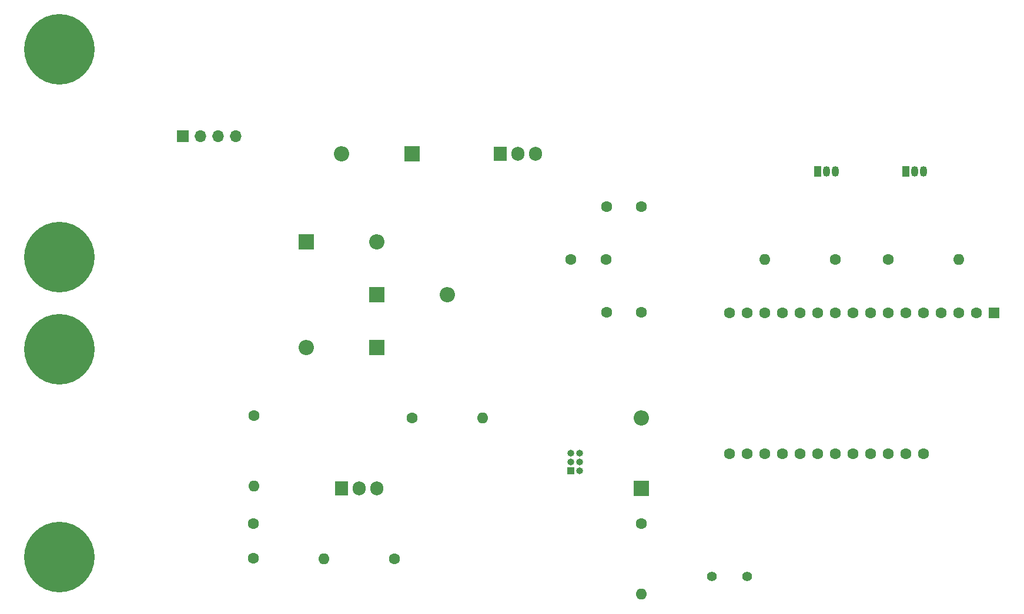
<source format=gbr>
%TF.GenerationSoftware,KiCad,Pcbnew,7.0.1*%
%TF.CreationDate,2023-06-24T23:24:17-03:00*%
%TF.ProjectId,Aquario_inteligente,41717561-7269-46f5-9f69-6e74656c6967,rev?*%
%TF.SameCoordinates,Original*%
%TF.FileFunction,Soldermask,Top*%
%TF.FilePolarity,Negative*%
%FSLAX46Y46*%
G04 Gerber Fmt 4.6, Leading zero omitted, Abs format (unit mm)*
G04 Created by KiCad (PCBNEW 7.0.1) date 2023-06-24 23:24:17*
%MOMM*%
%LPD*%
G01*
G04 APERTURE LIST*
%ADD10C,1.600000*%
%ADD11C,1.400000*%
%ADD12R,2.200000X2.200000*%
%ADD13O,2.200000X2.200000*%
%ADD14O,1.000000X1.000000*%
%ADD15R,1.000000X1.000000*%
%ADD16R,1.905000X2.000000*%
%ADD17O,1.905000X2.000000*%
%ADD18C,10.160000*%
%ADD19O,1.600000X1.600000*%
%ADD20R,1.050000X1.500000*%
%ADD21O,1.050000X1.500000*%
%ADD22R,1.700000X1.700000*%
%ADD23O,1.700000X1.700000*%
%ADD24R,1.600000X1.600000*%
G04 APERTURE END LIST*
D10*
%TO.C,C2*%
X156210000Y-95250000D03*
X161210000Y-95250000D03*
%TD*%
D11*
%TO.C,J2*%
X176530000Y-140970000D03*
%TD*%
D12*
%TO.C,D3*%
X128270000Y-107950000D03*
D13*
X118110000Y-107950000D03*
%TD*%
D14*
%TO.C,U2*%
X157480000Y-125730000D03*
X157480000Y-124460000D03*
X157480000Y-123190000D03*
X156210000Y-123190000D03*
X156210000Y-124460000D03*
D15*
X156210000Y-125730000D03*
%TD*%
D16*
%TO.C,U1*%
X146050000Y-80010000D03*
D17*
X148590000Y-80010000D03*
X151130000Y-80010000D03*
%TD*%
D10*
%TO.C,C4*%
X110490000Y-138350000D03*
X110490000Y-133350000D03*
%TD*%
D18*
%TO.C,J1*%
X82550000Y-138190000D03*
X82550000Y-108220000D03*
%TD*%
D10*
%TO.C,R1*%
X166370000Y-133350000D03*
D19*
X166370000Y-143510000D03*
%TD*%
D10*
%TO.C,C1*%
X161370000Y-87630000D03*
X166370000Y-87630000D03*
%TD*%
D18*
%TO.C,P1*%
X82550000Y-65010000D03*
X82550000Y-94980000D03*
%TD*%
D20*
%TO.C,U3*%
X204470000Y-82550000D03*
D21*
X205740000Y-82550000D03*
X207010000Y-82550000D03*
%TD*%
D10*
%TO.C,R4*%
X110575000Y-117840000D03*
D19*
X110575000Y-128000000D03*
%TD*%
D11*
%TO.C,J3*%
X181610000Y-140970000D03*
%TD*%
D10*
%TO.C,C3*%
X161370000Y-102870000D03*
X166370000Y-102870000D03*
%TD*%
D12*
%TO.C,D5*%
X166370000Y-128270000D03*
D13*
X166370000Y-118110000D03*
%TD*%
D10*
%TO.C,R6*%
X194310000Y-95250000D03*
D19*
X184150000Y-95250000D03*
%TD*%
D20*
%TO.C,U4*%
X191770000Y-82550000D03*
D21*
X193040000Y-82550000D03*
X194310000Y-82550000D03*
%TD*%
D10*
%TO.C,R3*%
X130810000Y-138430000D03*
D19*
X120650000Y-138430000D03*
%TD*%
D10*
%TO.C,R5*%
X201930000Y-95250000D03*
D19*
X212090000Y-95250000D03*
%TD*%
D22*
%TO.C,T1*%
X100330000Y-77470000D03*
D23*
X102870000Y-77470000D03*
X105410000Y-77470000D03*
X107950000Y-77470000D03*
%TD*%
D12*
%TO.C,D2*%
X128270000Y-100330000D03*
D13*
X138430000Y-100330000D03*
%TD*%
D24*
%TO.C,A1*%
X217170000Y-102977500D03*
D10*
X214630000Y-102977500D03*
X212090000Y-102977500D03*
X209550000Y-102977500D03*
X207010000Y-102977500D03*
X204470000Y-102977500D03*
X201930000Y-102977500D03*
X199390000Y-102977500D03*
X196850000Y-102977500D03*
X194310000Y-102977500D03*
X191770000Y-102977500D03*
X189230000Y-102977500D03*
X186690000Y-102977500D03*
X184150000Y-102977500D03*
X181610000Y-102977500D03*
X179070000Y-102977500D03*
X179070000Y-123297500D03*
X181610000Y-123297500D03*
X184150000Y-123297500D03*
X186690000Y-123297500D03*
X189230000Y-123297500D03*
X191770000Y-123297500D03*
X194310000Y-123297500D03*
X196850000Y-123297500D03*
X199390000Y-123297500D03*
X201930000Y-123297500D03*
X204470000Y-123297500D03*
X207010000Y-123297500D03*
%TD*%
D12*
%TO.C,D4*%
X133350000Y-80010000D03*
D13*
X123190000Y-80010000D03*
%TD*%
D16*
%TO.C,Q1*%
X123190000Y-128270000D03*
D17*
X125730000Y-128270000D03*
X128270000Y-128270000D03*
%TD*%
D10*
%TO.C,R2*%
X133350000Y-118110000D03*
D19*
X143510000Y-118110000D03*
%TD*%
D12*
%TO.C,D1*%
X118110000Y-92710000D03*
D13*
X128270000Y-92710000D03*
%TD*%
M02*

</source>
